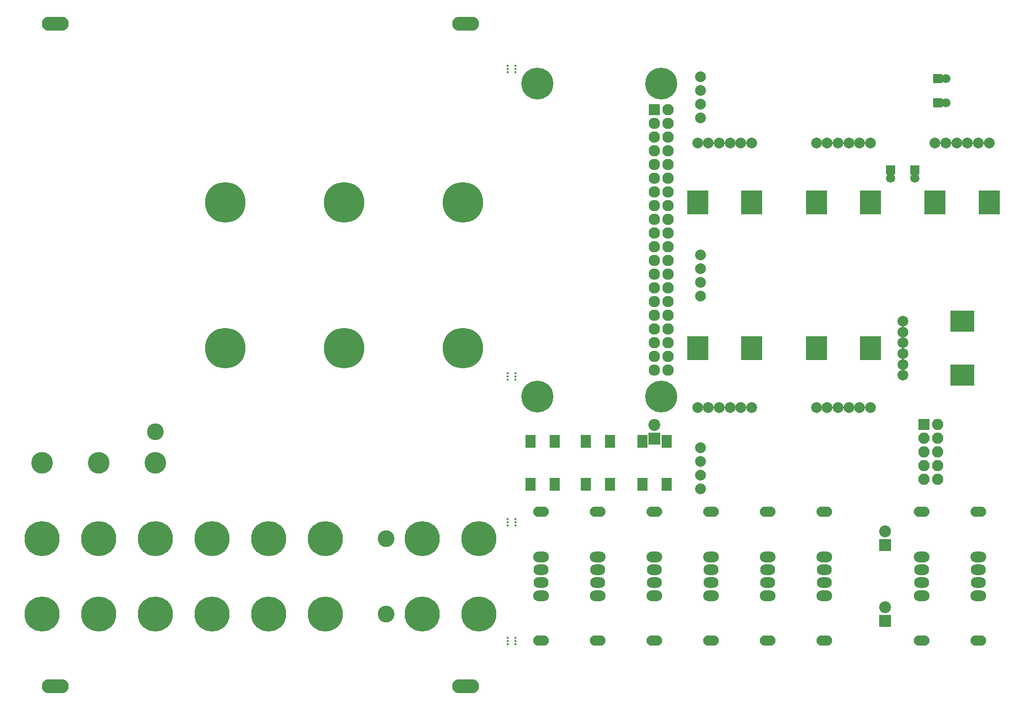
<source format=gbr>
G04 #@! TF.FileFunction,Soldermask,Top*
%FSLAX46Y46*%
G04 Gerber Fmt 4.6, Leading zero omitted, Abs format (unit mm)*
G04 Created by KiCad (PCBNEW 4.0.6) date 2018 May 30, Wednesday 17:12:06*
%MOMM*%
%LPD*%
G01*
G04 APERTURE LIST*
%ADD10C,0.100000*%
%ADD11O,5.002000X2.602000*%
%ADD12C,0.402000*%
%ADD13C,6.502000*%
%ADD14C,7.502000*%
%ADD15C,3.102000*%
%ADD16C,4.002000*%
%ADD17R,2.100000X2.100000*%
%ADD18O,2.100000X2.100000*%
%ADD19R,1.900000X2.400000*%
%ADD20O,2.900000X1.900000*%
%ADD21O,2.900000X2.000000*%
%ADD22O,2.800000X2.000000*%
%ADD23R,1.700000X1.700000*%
%ADD24C,1.700000*%
%ADD25R,2.127200X2.127200*%
%ADD26O,2.127200X2.127200*%
%ADD27C,5.900000*%
%ADD28R,3.900000X4.400000*%
%ADD29C,2.000000*%
%ADD30R,4.400000X3.900000*%
%ADD31R,2.200000X2.200000*%
%ADD32C,2.200000*%
G04 APERTURE END LIST*
D10*
D11*
X-85500000Y7350000D03*
X-9500000Y7350000D03*
X-9500000Y-115350000D03*
D12*
X-300000Y-85600000D03*
X-300000Y-85000000D03*
X-300000Y-84400000D03*
X-1700000Y-84400000D03*
X-1700000Y-85000000D03*
X-1700000Y-85600000D03*
X-300000Y-107600000D03*
X-300000Y-107000000D03*
X-300000Y-106400000D03*
X-1700000Y-106400000D03*
X-1700000Y-107000000D03*
X-1700000Y-107600000D03*
X-300000Y-58600000D03*
X-300000Y-58000000D03*
X-300000Y-57400000D03*
X-1700000Y-57400000D03*
X-1700000Y-58000000D03*
X-1700000Y-58600000D03*
D13*
X-56500000Y-88000000D03*
X-46000000Y-88000000D03*
X-35500000Y-102000000D03*
X-35500000Y-88000000D03*
X-56500000Y-102000000D03*
X-46000000Y-102000000D03*
D14*
X-10000000Y-25750000D03*
X-32000000Y-52750000D03*
X-54000000Y-52750000D03*
X-32000000Y-25750000D03*
X-54000000Y-25750000D03*
X-10000000Y-52750000D03*
D15*
X-67000000Y-68250000D03*
D16*
X-88000000Y-74000000D03*
X-77500000Y-74000000D03*
X-67000000Y-74000000D03*
D13*
X-7000000Y-102000000D03*
D15*
X-24250000Y-102000000D03*
X-24250000Y-88000000D03*
D13*
X-17500000Y-88000000D03*
X-17500000Y-102000000D03*
X-7000000Y-88000000D03*
X-77500000Y-88000000D03*
X-67000000Y-102000000D03*
X-77500000Y-102000000D03*
X-88000000Y-102000000D03*
X-67000000Y-88000000D03*
X-88000000Y-88000000D03*
D17*
X75460000Y-66880000D03*
D18*
X78000000Y-66880000D03*
X75460000Y-69420000D03*
X78000000Y-69420000D03*
X75460000Y-71960000D03*
X78000000Y-71960000D03*
X75460000Y-74500000D03*
X78000000Y-74500000D03*
X75460000Y-77040000D03*
X78000000Y-77040000D03*
D19*
X12750000Y-77975000D03*
X12750000Y-70025000D03*
X17250000Y-70025000D03*
X17250000Y-77975000D03*
D20*
X25500000Y-83080000D03*
D21*
X25500000Y-91380000D03*
D22*
X25500000Y-93800000D03*
D20*
X36000000Y-83080000D03*
D21*
X36000000Y-91380000D03*
D22*
X36000000Y-93800000D03*
D20*
X46500000Y-83080000D03*
D21*
X46500000Y-91380000D03*
D22*
X46500000Y-93800000D03*
D20*
X25500000Y-106920000D03*
D21*
X25500000Y-98620000D03*
D22*
X25500000Y-96200000D03*
D23*
X78000000Y-2750000D03*
D24*
X79500000Y-2750000D03*
D23*
X78000000Y-7250000D03*
D24*
X79500000Y-7250000D03*
D23*
X73750000Y-19750000D03*
D24*
X73750000Y-21250000D03*
D23*
X69250000Y-19750000D03*
D24*
X69250000Y-21250000D03*
D20*
X36000000Y-106920000D03*
D21*
X36000000Y-98620000D03*
D22*
X36000000Y-96200000D03*
D20*
X46500000Y-106920000D03*
D21*
X46500000Y-98620000D03*
D22*
X46500000Y-96200000D03*
D25*
X25500000Y-8550000D03*
D26*
X28040000Y-8550000D03*
X25500000Y-11090000D03*
X28040000Y-11090000D03*
X25500000Y-13630000D03*
X28040000Y-13630000D03*
X25500000Y-16170000D03*
X28040000Y-16170000D03*
X25500000Y-18710000D03*
X28040000Y-18710000D03*
X25500000Y-21250000D03*
X28040000Y-21250000D03*
X25500000Y-23790000D03*
X28040000Y-23790000D03*
X25500000Y-26330000D03*
X28040000Y-26330000D03*
X25500000Y-28870000D03*
X28040000Y-28870000D03*
X25500000Y-31410000D03*
X28040000Y-31410000D03*
X25500000Y-33950000D03*
X28040000Y-33950000D03*
X25500000Y-36490000D03*
X28040000Y-36490000D03*
X25500000Y-39030000D03*
X28040000Y-39030000D03*
X25500000Y-41570000D03*
X28040000Y-41570000D03*
X25500000Y-44110000D03*
X28040000Y-44110000D03*
X25500000Y-46650000D03*
X28040000Y-46650000D03*
X25500000Y-49190000D03*
X28040000Y-49190000D03*
X25500000Y-51730000D03*
X28040000Y-51730000D03*
X25500000Y-54270000D03*
X28040000Y-54270000D03*
X25500000Y-56810000D03*
X28040000Y-56810000D03*
D27*
X26770000Y-61680000D03*
X26770000Y-3680000D03*
X3770000Y-3680000D03*
X3770000Y-61680000D03*
D28*
X33500000Y-25750000D03*
D29*
X39500000Y-14750000D03*
X37500000Y-14750000D03*
X35500000Y-14750000D03*
X41500000Y-14750000D03*
X43500000Y-14750000D03*
X33500000Y-14750000D03*
D28*
X43500000Y-25750000D03*
X65500000Y-52750000D03*
D29*
X59500000Y-63750000D03*
X61500000Y-63750000D03*
X63500000Y-63750000D03*
X57500000Y-63750000D03*
X55500000Y-63750000D03*
X65500000Y-63750000D03*
D28*
X55500000Y-52750000D03*
X55500000Y-25750000D03*
D29*
X61500000Y-14750000D03*
X59500000Y-14750000D03*
X57500000Y-14750000D03*
X63500000Y-14750000D03*
X65500000Y-14750000D03*
X55500000Y-14750000D03*
D28*
X65500000Y-25750000D03*
D30*
X82500000Y-57750000D03*
D29*
X71500000Y-51750000D03*
X71500000Y-53750000D03*
X71500000Y-55750000D03*
X71500000Y-49750000D03*
X71500000Y-47750000D03*
X71500000Y-57750000D03*
D30*
X82500000Y-47750000D03*
D28*
X77500000Y-25750000D03*
D29*
X83500000Y-14750000D03*
X81500000Y-14750000D03*
X79500000Y-14750000D03*
X85500000Y-14750000D03*
X87500000Y-14750000D03*
X77500000Y-14750000D03*
D28*
X87500000Y-25750000D03*
X43500000Y-52750000D03*
D29*
X37500000Y-63750000D03*
X39500000Y-63750000D03*
X41500000Y-63750000D03*
X35500000Y-63750000D03*
X33500000Y-63750000D03*
X43500000Y-63750000D03*
D28*
X33500000Y-52750000D03*
D19*
X2500000Y-77975000D03*
X2500000Y-70025000D03*
X7000000Y-70025000D03*
X7000000Y-77975000D03*
D20*
X4500000Y-83080000D03*
D21*
X4500000Y-91380000D03*
D22*
X4500000Y-93800000D03*
D20*
X15000000Y-106920000D03*
D21*
X15000000Y-98620000D03*
D22*
X15000000Y-96200000D03*
D20*
X57000000Y-83080000D03*
D21*
X57000000Y-91380000D03*
D22*
X57000000Y-93800000D03*
D20*
X85500000Y-83080000D03*
D21*
X85500000Y-91380000D03*
D22*
X85500000Y-93800000D03*
D20*
X57000000Y-106920000D03*
D21*
X57000000Y-98620000D03*
D22*
X57000000Y-96200000D03*
D20*
X85500000Y-106920000D03*
D21*
X85500000Y-98620000D03*
D22*
X85500000Y-96200000D03*
D20*
X15000000Y-83080000D03*
D21*
X15000000Y-91380000D03*
D22*
X15000000Y-93800000D03*
D20*
X4500000Y-106920000D03*
D21*
X4500000Y-98620000D03*
D22*
X4500000Y-96200000D03*
D19*
X23250000Y-77975000D03*
X23250000Y-70025000D03*
X27750000Y-70025000D03*
X27750000Y-77975000D03*
D20*
X75000000Y-83080000D03*
D21*
X75000000Y-91380000D03*
D22*
X75000000Y-93800000D03*
D20*
X75000000Y-106920000D03*
D21*
X75000000Y-98620000D03*
D22*
X75000000Y-96200000D03*
D31*
X25500000Y-69500000D03*
D32*
X25500000Y-66960000D03*
D31*
X68250000Y-89250000D03*
D32*
X68250000Y-86710000D03*
D31*
X68250000Y-103250000D03*
D32*
X68250000Y-100710000D03*
D12*
X-300000Y-1600000D03*
X-300000Y-1000000D03*
X-300000Y-400000D03*
X-1700000Y-400000D03*
X-1700000Y-1000000D03*
X-1700000Y-1600000D03*
D29*
X34000000Y-78830000D03*
X34000000Y-76290000D03*
X34000000Y-73750000D03*
X34000000Y-71210000D03*
X34000000Y-43080000D03*
X34000000Y-40540000D03*
X34000000Y-38000000D03*
X34000000Y-35460000D03*
X34000000Y-10080000D03*
X34000000Y-7540000D03*
X34000000Y-5000000D03*
X34000000Y-2460000D03*
D11*
X-85500000Y-115350000D03*
M02*

</source>
